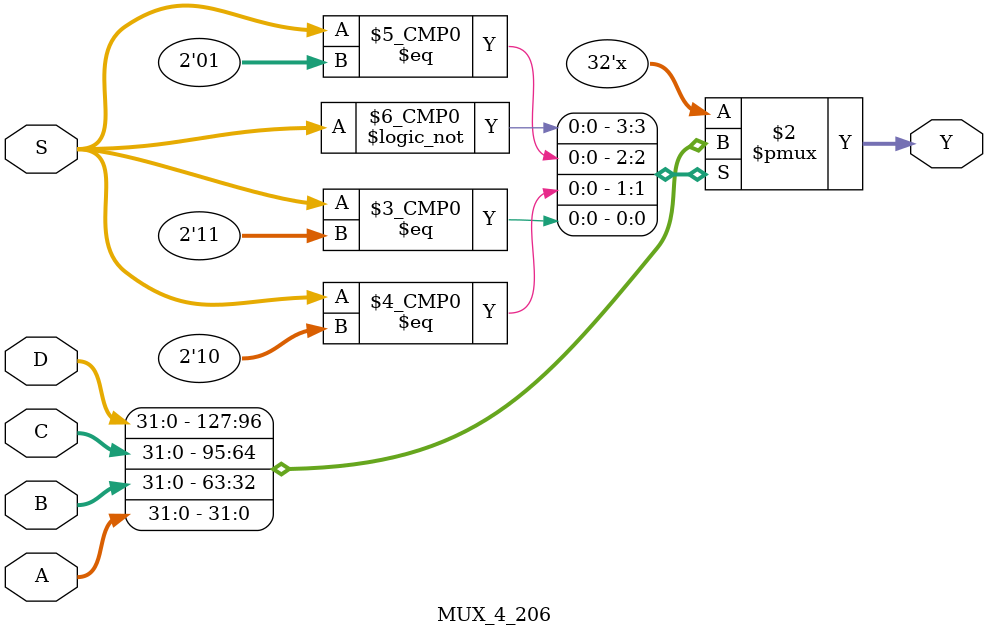
<source format=v>
`ifndef MUX_MODULE
`define MUX_MODULE
module MUX206 #(parameter WIDTH = 32) (
        input[WIDTH-1:0]                A,      //高位 [!]
        input[WIDTH-1:0]                B,      //低位 [!] 
        input                           S,
        output[WIDTH-1:0]               Y
);
    
    assign Y = (S == 1) ? A : B;
endmodule
    
module MUX_4_206 #(parameter WIDTH = 32) (
        input[WIDTH-1:0]                A,      //高位[!]
        input[WIDTH-1:0]                B,      
        input[WIDTH-1:0]                C,
        input[WIDTH-1:0]                D,      //低位[!]
        input[2-1:0]                    S,
        output[WIDTH-1:0]               Y
);
    
    reg[WIDTH - 1: 0] Y;
    always @(*) begin
        case (S)
            2'b00:Y <= D;
            2'b01:Y <= C;
            2'b10:Y <= B;
            2'b11:Y <= A;
        endcase
    end
endmodule
        
`endif

</source>
